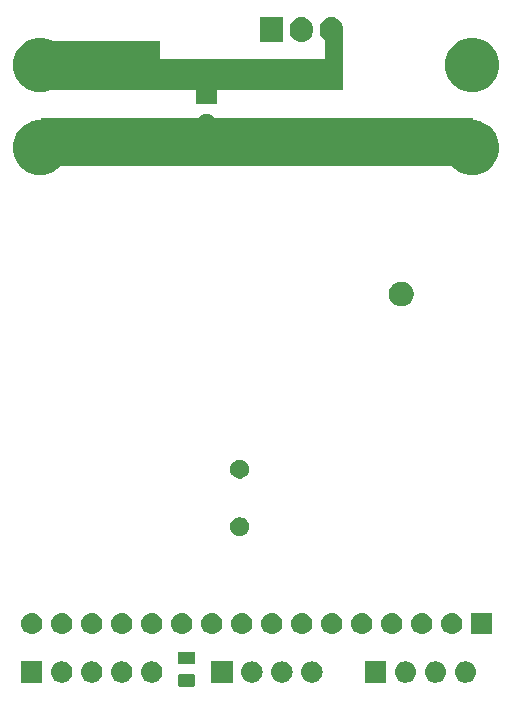
<source format=gbs>
G04 #@! TF.GenerationSoftware,KiCad,Pcbnew,(5.1.2)-2*
G04 #@! TF.CreationDate,2019-09-22T20:35:15+02:00*
G04 #@! TF.ProjectId,PowerSupply,506f7765-7253-4757-9070-6c792e6b6963,rev?*
G04 #@! TF.SameCoordinates,Original*
G04 #@! TF.FileFunction,Soldermask,Bot*
G04 #@! TF.FilePolarity,Negative*
%FSLAX46Y46*%
G04 Gerber Fmt 4.6, Leading zero omitted, Abs format (unit mm)*
G04 Created by KiCad (PCBNEW (5.1.2)-2) date 2019-09-22 20:35:15*
%MOMM*%
%LPD*%
G04 APERTURE LIST*
%ADD10C,0.100000*%
G04 APERTURE END LIST*
D10*
G36*
X104400000Y-72400000D02*
G01*
X78900000Y-72400000D01*
X78900000Y-68400000D01*
X88900000Y-68400000D01*
X88900000Y-69900000D01*
X102900000Y-69900000D01*
X102900000Y-67400000D01*
X104400000Y-67400000D01*
X104400000Y-72400000D01*
G37*
X104400000Y-72400000D02*
X78900000Y-72400000D01*
X78900000Y-68400000D01*
X88900000Y-68400000D01*
X88900000Y-69900000D01*
X102900000Y-69900000D01*
X102900000Y-67400000D01*
X104400000Y-67400000D01*
X104400000Y-72400000D01*
G36*
X115400000Y-78900000D02*
G01*
X78900000Y-78900000D01*
X78900000Y-74900000D01*
X115400000Y-74900000D01*
X115400000Y-78900000D01*
G37*
X115400000Y-78900000D02*
X78900000Y-78900000D01*
X78900000Y-74900000D01*
X115400000Y-74900000D01*
X115400000Y-78900000D01*
G36*
X91784468Y-121966065D02*
G01*
X91823138Y-121977796D01*
X91858777Y-121996846D01*
X91890017Y-122022483D01*
X91915654Y-122053723D01*
X91934704Y-122089362D01*
X91946435Y-122128032D01*
X91951000Y-122174388D01*
X91951000Y-122825612D01*
X91946435Y-122871968D01*
X91934704Y-122910638D01*
X91915654Y-122946277D01*
X91890017Y-122977517D01*
X91858777Y-123003154D01*
X91823138Y-123022204D01*
X91784468Y-123033935D01*
X91738112Y-123038500D01*
X90661888Y-123038500D01*
X90615532Y-123033935D01*
X90576862Y-123022204D01*
X90541223Y-123003154D01*
X90509983Y-122977517D01*
X90484346Y-122946277D01*
X90465296Y-122910638D01*
X90453565Y-122871968D01*
X90449000Y-122825612D01*
X90449000Y-122174388D01*
X90453565Y-122128032D01*
X90465296Y-122089362D01*
X90484346Y-122053723D01*
X90509983Y-122022483D01*
X90541223Y-121996846D01*
X90576862Y-121977796D01*
X90615532Y-121966065D01*
X90661888Y-121961500D01*
X91738112Y-121961500D01*
X91784468Y-121966065D01*
X91784468Y-121966065D01*
G37*
G36*
X114930443Y-120905519D02*
G01*
X114996627Y-120912037D01*
X115166466Y-120963557D01*
X115322991Y-121047222D01*
X115352302Y-121071277D01*
X115460186Y-121159814D01*
X115543448Y-121261271D01*
X115572778Y-121297009D01*
X115656443Y-121453534D01*
X115707963Y-121623373D01*
X115725359Y-121800000D01*
X115707963Y-121976627D01*
X115656443Y-122146466D01*
X115572778Y-122302991D01*
X115543448Y-122338729D01*
X115460186Y-122440186D01*
X115358729Y-122523448D01*
X115322991Y-122552778D01*
X115166466Y-122636443D01*
X114996627Y-122687963D01*
X114930442Y-122694482D01*
X114864260Y-122701000D01*
X114775740Y-122701000D01*
X114709558Y-122694482D01*
X114643373Y-122687963D01*
X114473534Y-122636443D01*
X114317009Y-122552778D01*
X114281271Y-122523448D01*
X114179814Y-122440186D01*
X114096552Y-122338729D01*
X114067222Y-122302991D01*
X113983557Y-122146466D01*
X113932037Y-121976627D01*
X113914641Y-121800000D01*
X113932037Y-121623373D01*
X113983557Y-121453534D01*
X114067222Y-121297009D01*
X114096552Y-121261271D01*
X114179814Y-121159814D01*
X114287698Y-121071277D01*
X114317009Y-121047222D01*
X114473534Y-120963557D01*
X114643373Y-120912037D01*
X114709557Y-120905519D01*
X114775740Y-120899000D01*
X114864260Y-120899000D01*
X114930443Y-120905519D01*
X114930443Y-120905519D01*
G37*
G36*
X79001000Y-122701000D02*
G01*
X77199000Y-122701000D01*
X77199000Y-120899000D01*
X79001000Y-120899000D01*
X79001000Y-122701000D01*
X79001000Y-122701000D01*
G37*
G36*
X80750443Y-120905519D02*
G01*
X80816627Y-120912037D01*
X80986466Y-120963557D01*
X81142991Y-121047222D01*
X81172302Y-121071277D01*
X81280186Y-121159814D01*
X81363448Y-121261271D01*
X81392778Y-121297009D01*
X81476443Y-121453534D01*
X81527963Y-121623373D01*
X81545359Y-121800000D01*
X81527963Y-121976627D01*
X81476443Y-122146466D01*
X81392778Y-122302991D01*
X81363448Y-122338729D01*
X81280186Y-122440186D01*
X81178729Y-122523448D01*
X81142991Y-122552778D01*
X80986466Y-122636443D01*
X80816627Y-122687963D01*
X80750442Y-122694482D01*
X80684260Y-122701000D01*
X80595740Y-122701000D01*
X80529558Y-122694482D01*
X80463373Y-122687963D01*
X80293534Y-122636443D01*
X80137009Y-122552778D01*
X80101271Y-122523448D01*
X79999814Y-122440186D01*
X79916552Y-122338729D01*
X79887222Y-122302991D01*
X79803557Y-122146466D01*
X79752037Y-121976627D01*
X79734641Y-121800000D01*
X79752037Y-121623373D01*
X79803557Y-121453534D01*
X79887222Y-121297009D01*
X79916552Y-121261271D01*
X79999814Y-121159814D01*
X80107698Y-121071277D01*
X80137009Y-121047222D01*
X80293534Y-120963557D01*
X80463373Y-120912037D01*
X80529557Y-120905519D01*
X80595740Y-120899000D01*
X80684260Y-120899000D01*
X80750443Y-120905519D01*
X80750443Y-120905519D01*
G37*
G36*
X83290443Y-120905519D02*
G01*
X83356627Y-120912037D01*
X83526466Y-120963557D01*
X83682991Y-121047222D01*
X83712302Y-121071277D01*
X83820186Y-121159814D01*
X83903448Y-121261271D01*
X83932778Y-121297009D01*
X84016443Y-121453534D01*
X84067963Y-121623373D01*
X84085359Y-121800000D01*
X84067963Y-121976627D01*
X84016443Y-122146466D01*
X83932778Y-122302991D01*
X83903448Y-122338729D01*
X83820186Y-122440186D01*
X83718729Y-122523448D01*
X83682991Y-122552778D01*
X83526466Y-122636443D01*
X83356627Y-122687963D01*
X83290442Y-122694482D01*
X83224260Y-122701000D01*
X83135740Y-122701000D01*
X83069558Y-122694482D01*
X83003373Y-122687963D01*
X82833534Y-122636443D01*
X82677009Y-122552778D01*
X82641271Y-122523448D01*
X82539814Y-122440186D01*
X82456552Y-122338729D01*
X82427222Y-122302991D01*
X82343557Y-122146466D01*
X82292037Y-121976627D01*
X82274641Y-121800000D01*
X82292037Y-121623373D01*
X82343557Y-121453534D01*
X82427222Y-121297009D01*
X82456552Y-121261271D01*
X82539814Y-121159814D01*
X82647698Y-121071277D01*
X82677009Y-121047222D01*
X82833534Y-120963557D01*
X83003373Y-120912037D01*
X83069557Y-120905519D01*
X83135740Y-120899000D01*
X83224260Y-120899000D01*
X83290443Y-120905519D01*
X83290443Y-120905519D01*
G37*
G36*
X85830443Y-120905519D02*
G01*
X85896627Y-120912037D01*
X86066466Y-120963557D01*
X86222991Y-121047222D01*
X86252302Y-121071277D01*
X86360186Y-121159814D01*
X86443448Y-121261271D01*
X86472778Y-121297009D01*
X86556443Y-121453534D01*
X86607963Y-121623373D01*
X86625359Y-121800000D01*
X86607963Y-121976627D01*
X86556443Y-122146466D01*
X86472778Y-122302991D01*
X86443448Y-122338729D01*
X86360186Y-122440186D01*
X86258729Y-122523448D01*
X86222991Y-122552778D01*
X86066466Y-122636443D01*
X85896627Y-122687963D01*
X85830442Y-122694482D01*
X85764260Y-122701000D01*
X85675740Y-122701000D01*
X85609558Y-122694482D01*
X85543373Y-122687963D01*
X85373534Y-122636443D01*
X85217009Y-122552778D01*
X85181271Y-122523448D01*
X85079814Y-122440186D01*
X84996552Y-122338729D01*
X84967222Y-122302991D01*
X84883557Y-122146466D01*
X84832037Y-121976627D01*
X84814641Y-121800000D01*
X84832037Y-121623373D01*
X84883557Y-121453534D01*
X84967222Y-121297009D01*
X84996552Y-121261271D01*
X85079814Y-121159814D01*
X85187698Y-121071277D01*
X85217009Y-121047222D01*
X85373534Y-120963557D01*
X85543373Y-120912037D01*
X85609557Y-120905519D01*
X85675740Y-120899000D01*
X85764260Y-120899000D01*
X85830443Y-120905519D01*
X85830443Y-120905519D01*
G37*
G36*
X88370443Y-120905519D02*
G01*
X88436627Y-120912037D01*
X88606466Y-120963557D01*
X88762991Y-121047222D01*
X88792302Y-121071277D01*
X88900186Y-121159814D01*
X88983448Y-121261271D01*
X89012778Y-121297009D01*
X89096443Y-121453534D01*
X89147963Y-121623373D01*
X89165359Y-121800000D01*
X89147963Y-121976627D01*
X89096443Y-122146466D01*
X89012778Y-122302991D01*
X88983448Y-122338729D01*
X88900186Y-122440186D01*
X88798729Y-122523448D01*
X88762991Y-122552778D01*
X88606466Y-122636443D01*
X88436627Y-122687963D01*
X88370442Y-122694482D01*
X88304260Y-122701000D01*
X88215740Y-122701000D01*
X88149558Y-122694482D01*
X88083373Y-122687963D01*
X87913534Y-122636443D01*
X87757009Y-122552778D01*
X87721271Y-122523448D01*
X87619814Y-122440186D01*
X87536552Y-122338729D01*
X87507222Y-122302991D01*
X87423557Y-122146466D01*
X87372037Y-121976627D01*
X87354641Y-121800000D01*
X87372037Y-121623373D01*
X87423557Y-121453534D01*
X87507222Y-121297009D01*
X87536552Y-121261271D01*
X87619814Y-121159814D01*
X87727698Y-121071277D01*
X87757009Y-121047222D01*
X87913534Y-120963557D01*
X88083373Y-120912037D01*
X88149557Y-120905519D01*
X88215740Y-120899000D01*
X88304260Y-120899000D01*
X88370443Y-120905519D01*
X88370443Y-120905519D01*
G37*
G36*
X108101000Y-122701000D02*
G01*
X106299000Y-122701000D01*
X106299000Y-120899000D01*
X108101000Y-120899000D01*
X108101000Y-122701000D01*
X108101000Y-122701000D01*
G37*
G36*
X109850443Y-120905519D02*
G01*
X109916627Y-120912037D01*
X110086466Y-120963557D01*
X110242991Y-121047222D01*
X110272302Y-121071277D01*
X110380186Y-121159814D01*
X110463448Y-121261271D01*
X110492778Y-121297009D01*
X110576443Y-121453534D01*
X110627963Y-121623373D01*
X110645359Y-121800000D01*
X110627963Y-121976627D01*
X110576443Y-122146466D01*
X110492778Y-122302991D01*
X110463448Y-122338729D01*
X110380186Y-122440186D01*
X110278729Y-122523448D01*
X110242991Y-122552778D01*
X110086466Y-122636443D01*
X109916627Y-122687963D01*
X109850442Y-122694482D01*
X109784260Y-122701000D01*
X109695740Y-122701000D01*
X109629558Y-122694482D01*
X109563373Y-122687963D01*
X109393534Y-122636443D01*
X109237009Y-122552778D01*
X109201271Y-122523448D01*
X109099814Y-122440186D01*
X109016552Y-122338729D01*
X108987222Y-122302991D01*
X108903557Y-122146466D01*
X108852037Y-121976627D01*
X108834641Y-121800000D01*
X108852037Y-121623373D01*
X108903557Y-121453534D01*
X108987222Y-121297009D01*
X109016552Y-121261271D01*
X109099814Y-121159814D01*
X109207698Y-121071277D01*
X109237009Y-121047222D01*
X109393534Y-120963557D01*
X109563373Y-120912037D01*
X109629557Y-120905519D01*
X109695740Y-120899000D01*
X109784260Y-120899000D01*
X109850443Y-120905519D01*
X109850443Y-120905519D01*
G37*
G36*
X112390443Y-120905519D02*
G01*
X112456627Y-120912037D01*
X112626466Y-120963557D01*
X112782991Y-121047222D01*
X112812302Y-121071277D01*
X112920186Y-121159814D01*
X113003448Y-121261271D01*
X113032778Y-121297009D01*
X113116443Y-121453534D01*
X113167963Y-121623373D01*
X113185359Y-121800000D01*
X113167963Y-121976627D01*
X113116443Y-122146466D01*
X113032778Y-122302991D01*
X113003448Y-122338729D01*
X112920186Y-122440186D01*
X112818729Y-122523448D01*
X112782991Y-122552778D01*
X112626466Y-122636443D01*
X112456627Y-122687963D01*
X112390442Y-122694482D01*
X112324260Y-122701000D01*
X112235740Y-122701000D01*
X112169558Y-122694482D01*
X112103373Y-122687963D01*
X111933534Y-122636443D01*
X111777009Y-122552778D01*
X111741271Y-122523448D01*
X111639814Y-122440186D01*
X111556552Y-122338729D01*
X111527222Y-122302991D01*
X111443557Y-122146466D01*
X111392037Y-121976627D01*
X111374641Y-121800000D01*
X111392037Y-121623373D01*
X111443557Y-121453534D01*
X111527222Y-121297009D01*
X111556552Y-121261271D01*
X111639814Y-121159814D01*
X111747698Y-121071277D01*
X111777009Y-121047222D01*
X111933534Y-120963557D01*
X112103373Y-120912037D01*
X112169557Y-120905519D01*
X112235740Y-120899000D01*
X112324260Y-120899000D01*
X112390443Y-120905519D01*
X112390443Y-120905519D01*
G37*
G36*
X101930443Y-120905519D02*
G01*
X101996627Y-120912037D01*
X102166466Y-120963557D01*
X102322991Y-121047222D01*
X102352302Y-121071277D01*
X102460186Y-121159814D01*
X102543448Y-121261271D01*
X102572778Y-121297009D01*
X102656443Y-121453534D01*
X102707963Y-121623373D01*
X102725359Y-121800000D01*
X102707963Y-121976627D01*
X102656443Y-122146466D01*
X102572778Y-122302991D01*
X102543448Y-122338729D01*
X102460186Y-122440186D01*
X102358729Y-122523448D01*
X102322991Y-122552778D01*
X102166466Y-122636443D01*
X101996627Y-122687963D01*
X101930442Y-122694482D01*
X101864260Y-122701000D01*
X101775740Y-122701000D01*
X101709558Y-122694482D01*
X101643373Y-122687963D01*
X101473534Y-122636443D01*
X101317009Y-122552778D01*
X101281271Y-122523448D01*
X101179814Y-122440186D01*
X101096552Y-122338729D01*
X101067222Y-122302991D01*
X100983557Y-122146466D01*
X100932037Y-121976627D01*
X100914641Y-121800000D01*
X100932037Y-121623373D01*
X100983557Y-121453534D01*
X101067222Y-121297009D01*
X101096552Y-121261271D01*
X101179814Y-121159814D01*
X101287698Y-121071277D01*
X101317009Y-121047222D01*
X101473534Y-120963557D01*
X101643373Y-120912037D01*
X101709557Y-120905519D01*
X101775740Y-120899000D01*
X101864260Y-120899000D01*
X101930443Y-120905519D01*
X101930443Y-120905519D01*
G37*
G36*
X99390443Y-120905519D02*
G01*
X99456627Y-120912037D01*
X99626466Y-120963557D01*
X99782991Y-121047222D01*
X99812302Y-121071277D01*
X99920186Y-121159814D01*
X100003448Y-121261271D01*
X100032778Y-121297009D01*
X100116443Y-121453534D01*
X100167963Y-121623373D01*
X100185359Y-121800000D01*
X100167963Y-121976627D01*
X100116443Y-122146466D01*
X100032778Y-122302991D01*
X100003448Y-122338729D01*
X99920186Y-122440186D01*
X99818729Y-122523448D01*
X99782991Y-122552778D01*
X99626466Y-122636443D01*
X99456627Y-122687963D01*
X99390442Y-122694482D01*
X99324260Y-122701000D01*
X99235740Y-122701000D01*
X99169558Y-122694482D01*
X99103373Y-122687963D01*
X98933534Y-122636443D01*
X98777009Y-122552778D01*
X98741271Y-122523448D01*
X98639814Y-122440186D01*
X98556552Y-122338729D01*
X98527222Y-122302991D01*
X98443557Y-122146466D01*
X98392037Y-121976627D01*
X98374641Y-121800000D01*
X98392037Y-121623373D01*
X98443557Y-121453534D01*
X98527222Y-121297009D01*
X98556552Y-121261271D01*
X98639814Y-121159814D01*
X98747698Y-121071277D01*
X98777009Y-121047222D01*
X98933534Y-120963557D01*
X99103373Y-120912037D01*
X99169557Y-120905519D01*
X99235740Y-120899000D01*
X99324260Y-120899000D01*
X99390443Y-120905519D01*
X99390443Y-120905519D01*
G37*
G36*
X96850443Y-120905519D02*
G01*
X96916627Y-120912037D01*
X97086466Y-120963557D01*
X97242991Y-121047222D01*
X97272302Y-121071277D01*
X97380186Y-121159814D01*
X97463448Y-121261271D01*
X97492778Y-121297009D01*
X97576443Y-121453534D01*
X97627963Y-121623373D01*
X97645359Y-121800000D01*
X97627963Y-121976627D01*
X97576443Y-122146466D01*
X97492778Y-122302991D01*
X97463448Y-122338729D01*
X97380186Y-122440186D01*
X97278729Y-122523448D01*
X97242991Y-122552778D01*
X97086466Y-122636443D01*
X96916627Y-122687963D01*
X96850442Y-122694482D01*
X96784260Y-122701000D01*
X96695740Y-122701000D01*
X96629558Y-122694482D01*
X96563373Y-122687963D01*
X96393534Y-122636443D01*
X96237009Y-122552778D01*
X96201271Y-122523448D01*
X96099814Y-122440186D01*
X96016552Y-122338729D01*
X95987222Y-122302991D01*
X95903557Y-122146466D01*
X95852037Y-121976627D01*
X95834641Y-121800000D01*
X95852037Y-121623373D01*
X95903557Y-121453534D01*
X95987222Y-121297009D01*
X96016552Y-121261271D01*
X96099814Y-121159814D01*
X96207698Y-121071277D01*
X96237009Y-121047222D01*
X96393534Y-120963557D01*
X96563373Y-120912037D01*
X96629557Y-120905519D01*
X96695740Y-120899000D01*
X96784260Y-120899000D01*
X96850443Y-120905519D01*
X96850443Y-120905519D01*
G37*
G36*
X95101000Y-122701000D02*
G01*
X93299000Y-122701000D01*
X93299000Y-120899000D01*
X95101000Y-120899000D01*
X95101000Y-122701000D01*
X95101000Y-122701000D01*
G37*
G36*
X91784468Y-120091065D02*
G01*
X91823138Y-120102796D01*
X91858777Y-120121846D01*
X91890017Y-120147483D01*
X91915654Y-120178723D01*
X91934704Y-120214362D01*
X91946435Y-120253032D01*
X91951000Y-120299388D01*
X91951000Y-120950612D01*
X91946435Y-120996968D01*
X91934704Y-121035638D01*
X91915654Y-121071277D01*
X91890017Y-121102517D01*
X91858777Y-121128154D01*
X91823138Y-121147204D01*
X91784468Y-121158935D01*
X91738112Y-121163500D01*
X90661888Y-121163500D01*
X90615532Y-121158935D01*
X90576862Y-121147204D01*
X90541223Y-121128154D01*
X90509983Y-121102517D01*
X90484346Y-121071277D01*
X90465296Y-121035638D01*
X90453565Y-120996968D01*
X90449000Y-120950612D01*
X90449000Y-120299388D01*
X90453565Y-120253032D01*
X90465296Y-120214362D01*
X90484346Y-120178723D01*
X90509983Y-120147483D01*
X90541223Y-120121846D01*
X90576862Y-120102796D01*
X90615532Y-120091065D01*
X90661888Y-120086500D01*
X91738112Y-120086500D01*
X91784468Y-120091065D01*
X91784468Y-120091065D01*
G37*
G36*
X80750443Y-116805519D02*
G01*
X80816627Y-116812037D01*
X80986466Y-116863557D01*
X81142991Y-116947222D01*
X81178729Y-116976552D01*
X81280186Y-117059814D01*
X81363448Y-117161271D01*
X81392778Y-117197009D01*
X81476443Y-117353534D01*
X81527963Y-117523373D01*
X81545359Y-117700000D01*
X81527963Y-117876627D01*
X81476443Y-118046466D01*
X81392778Y-118202991D01*
X81363448Y-118238729D01*
X81280186Y-118340186D01*
X81178729Y-118423448D01*
X81142991Y-118452778D01*
X80986466Y-118536443D01*
X80816627Y-118587963D01*
X80750443Y-118594481D01*
X80684260Y-118601000D01*
X80595740Y-118601000D01*
X80529557Y-118594481D01*
X80463373Y-118587963D01*
X80293534Y-118536443D01*
X80137009Y-118452778D01*
X80101271Y-118423448D01*
X79999814Y-118340186D01*
X79916552Y-118238729D01*
X79887222Y-118202991D01*
X79803557Y-118046466D01*
X79752037Y-117876627D01*
X79734641Y-117700000D01*
X79752037Y-117523373D01*
X79803557Y-117353534D01*
X79887222Y-117197009D01*
X79916552Y-117161271D01*
X79999814Y-117059814D01*
X80101271Y-116976552D01*
X80137009Y-116947222D01*
X80293534Y-116863557D01*
X80463373Y-116812037D01*
X80529557Y-116805519D01*
X80595740Y-116799000D01*
X80684260Y-116799000D01*
X80750443Y-116805519D01*
X80750443Y-116805519D01*
G37*
G36*
X78210443Y-116805519D02*
G01*
X78276627Y-116812037D01*
X78446466Y-116863557D01*
X78602991Y-116947222D01*
X78638729Y-116976552D01*
X78740186Y-117059814D01*
X78823448Y-117161271D01*
X78852778Y-117197009D01*
X78936443Y-117353534D01*
X78987963Y-117523373D01*
X79005359Y-117700000D01*
X78987963Y-117876627D01*
X78936443Y-118046466D01*
X78852778Y-118202991D01*
X78823448Y-118238729D01*
X78740186Y-118340186D01*
X78638729Y-118423448D01*
X78602991Y-118452778D01*
X78446466Y-118536443D01*
X78276627Y-118587963D01*
X78210443Y-118594481D01*
X78144260Y-118601000D01*
X78055740Y-118601000D01*
X77989557Y-118594481D01*
X77923373Y-118587963D01*
X77753534Y-118536443D01*
X77597009Y-118452778D01*
X77561271Y-118423448D01*
X77459814Y-118340186D01*
X77376552Y-118238729D01*
X77347222Y-118202991D01*
X77263557Y-118046466D01*
X77212037Y-117876627D01*
X77194641Y-117700000D01*
X77212037Y-117523373D01*
X77263557Y-117353534D01*
X77347222Y-117197009D01*
X77376552Y-117161271D01*
X77459814Y-117059814D01*
X77561271Y-116976552D01*
X77597009Y-116947222D01*
X77753534Y-116863557D01*
X77923373Y-116812037D01*
X77989557Y-116805519D01*
X78055740Y-116799000D01*
X78144260Y-116799000D01*
X78210443Y-116805519D01*
X78210443Y-116805519D01*
G37*
G36*
X83290443Y-116805519D02*
G01*
X83356627Y-116812037D01*
X83526466Y-116863557D01*
X83682991Y-116947222D01*
X83718729Y-116976552D01*
X83820186Y-117059814D01*
X83903448Y-117161271D01*
X83932778Y-117197009D01*
X84016443Y-117353534D01*
X84067963Y-117523373D01*
X84085359Y-117700000D01*
X84067963Y-117876627D01*
X84016443Y-118046466D01*
X83932778Y-118202991D01*
X83903448Y-118238729D01*
X83820186Y-118340186D01*
X83718729Y-118423448D01*
X83682991Y-118452778D01*
X83526466Y-118536443D01*
X83356627Y-118587963D01*
X83290443Y-118594481D01*
X83224260Y-118601000D01*
X83135740Y-118601000D01*
X83069557Y-118594481D01*
X83003373Y-118587963D01*
X82833534Y-118536443D01*
X82677009Y-118452778D01*
X82641271Y-118423448D01*
X82539814Y-118340186D01*
X82456552Y-118238729D01*
X82427222Y-118202991D01*
X82343557Y-118046466D01*
X82292037Y-117876627D01*
X82274641Y-117700000D01*
X82292037Y-117523373D01*
X82343557Y-117353534D01*
X82427222Y-117197009D01*
X82456552Y-117161271D01*
X82539814Y-117059814D01*
X82641271Y-116976552D01*
X82677009Y-116947222D01*
X82833534Y-116863557D01*
X83003373Y-116812037D01*
X83069557Y-116805519D01*
X83135740Y-116799000D01*
X83224260Y-116799000D01*
X83290443Y-116805519D01*
X83290443Y-116805519D01*
G37*
G36*
X85830443Y-116805519D02*
G01*
X85896627Y-116812037D01*
X86066466Y-116863557D01*
X86222991Y-116947222D01*
X86258729Y-116976552D01*
X86360186Y-117059814D01*
X86443448Y-117161271D01*
X86472778Y-117197009D01*
X86556443Y-117353534D01*
X86607963Y-117523373D01*
X86625359Y-117700000D01*
X86607963Y-117876627D01*
X86556443Y-118046466D01*
X86472778Y-118202991D01*
X86443448Y-118238729D01*
X86360186Y-118340186D01*
X86258729Y-118423448D01*
X86222991Y-118452778D01*
X86066466Y-118536443D01*
X85896627Y-118587963D01*
X85830443Y-118594481D01*
X85764260Y-118601000D01*
X85675740Y-118601000D01*
X85609557Y-118594481D01*
X85543373Y-118587963D01*
X85373534Y-118536443D01*
X85217009Y-118452778D01*
X85181271Y-118423448D01*
X85079814Y-118340186D01*
X84996552Y-118238729D01*
X84967222Y-118202991D01*
X84883557Y-118046466D01*
X84832037Y-117876627D01*
X84814641Y-117700000D01*
X84832037Y-117523373D01*
X84883557Y-117353534D01*
X84967222Y-117197009D01*
X84996552Y-117161271D01*
X85079814Y-117059814D01*
X85181271Y-116976552D01*
X85217009Y-116947222D01*
X85373534Y-116863557D01*
X85543373Y-116812037D01*
X85609557Y-116805519D01*
X85675740Y-116799000D01*
X85764260Y-116799000D01*
X85830443Y-116805519D01*
X85830443Y-116805519D01*
G37*
G36*
X88370443Y-116805519D02*
G01*
X88436627Y-116812037D01*
X88606466Y-116863557D01*
X88762991Y-116947222D01*
X88798729Y-116976552D01*
X88900186Y-117059814D01*
X88983448Y-117161271D01*
X89012778Y-117197009D01*
X89096443Y-117353534D01*
X89147963Y-117523373D01*
X89165359Y-117700000D01*
X89147963Y-117876627D01*
X89096443Y-118046466D01*
X89012778Y-118202991D01*
X88983448Y-118238729D01*
X88900186Y-118340186D01*
X88798729Y-118423448D01*
X88762991Y-118452778D01*
X88606466Y-118536443D01*
X88436627Y-118587963D01*
X88370443Y-118594481D01*
X88304260Y-118601000D01*
X88215740Y-118601000D01*
X88149557Y-118594481D01*
X88083373Y-118587963D01*
X87913534Y-118536443D01*
X87757009Y-118452778D01*
X87721271Y-118423448D01*
X87619814Y-118340186D01*
X87536552Y-118238729D01*
X87507222Y-118202991D01*
X87423557Y-118046466D01*
X87372037Y-117876627D01*
X87354641Y-117700000D01*
X87372037Y-117523373D01*
X87423557Y-117353534D01*
X87507222Y-117197009D01*
X87536552Y-117161271D01*
X87619814Y-117059814D01*
X87721271Y-116976552D01*
X87757009Y-116947222D01*
X87913534Y-116863557D01*
X88083373Y-116812037D01*
X88149557Y-116805519D01*
X88215740Y-116799000D01*
X88304260Y-116799000D01*
X88370443Y-116805519D01*
X88370443Y-116805519D01*
G37*
G36*
X90910443Y-116805519D02*
G01*
X90976627Y-116812037D01*
X91146466Y-116863557D01*
X91302991Y-116947222D01*
X91338729Y-116976552D01*
X91440186Y-117059814D01*
X91523448Y-117161271D01*
X91552778Y-117197009D01*
X91636443Y-117353534D01*
X91687963Y-117523373D01*
X91705359Y-117700000D01*
X91687963Y-117876627D01*
X91636443Y-118046466D01*
X91552778Y-118202991D01*
X91523448Y-118238729D01*
X91440186Y-118340186D01*
X91338729Y-118423448D01*
X91302991Y-118452778D01*
X91146466Y-118536443D01*
X90976627Y-118587963D01*
X90910443Y-118594481D01*
X90844260Y-118601000D01*
X90755740Y-118601000D01*
X90689557Y-118594481D01*
X90623373Y-118587963D01*
X90453534Y-118536443D01*
X90297009Y-118452778D01*
X90261271Y-118423448D01*
X90159814Y-118340186D01*
X90076552Y-118238729D01*
X90047222Y-118202991D01*
X89963557Y-118046466D01*
X89912037Y-117876627D01*
X89894641Y-117700000D01*
X89912037Y-117523373D01*
X89963557Y-117353534D01*
X90047222Y-117197009D01*
X90076552Y-117161271D01*
X90159814Y-117059814D01*
X90261271Y-116976552D01*
X90297009Y-116947222D01*
X90453534Y-116863557D01*
X90623373Y-116812037D01*
X90689557Y-116805519D01*
X90755740Y-116799000D01*
X90844260Y-116799000D01*
X90910443Y-116805519D01*
X90910443Y-116805519D01*
G37*
G36*
X101070443Y-116805519D02*
G01*
X101136627Y-116812037D01*
X101306466Y-116863557D01*
X101462991Y-116947222D01*
X101498729Y-116976552D01*
X101600186Y-117059814D01*
X101683448Y-117161271D01*
X101712778Y-117197009D01*
X101796443Y-117353534D01*
X101847963Y-117523373D01*
X101865359Y-117700000D01*
X101847963Y-117876627D01*
X101796443Y-118046466D01*
X101712778Y-118202991D01*
X101683448Y-118238729D01*
X101600186Y-118340186D01*
X101498729Y-118423448D01*
X101462991Y-118452778D01*
X101306466Y-118536443D01*
X101136627Y-118587963D01*
X101070443Y-118594481D01*
X101004260Y-118601000D01*
X100915740Y-118601000D01*
X100849557Y-118594481D01*
X100783373Y-118587963D01*
X100613534Y-118536443D01*
X100457009Y-118452778D01*
X100421271Y-118423448D01*
X100319814Y-118340186D01*
X100236552Y-118238729D01*
X100207222Y-118202991D01*
X100123557Y-118046466D01*
X100072037Y-117876627D01*
X100054641Y-117700000D01*
X100072037Y-117523373D01*
X100123557Y-117353534D01*
X100207222Y-117197009D01*
X100236552Y-117161271D01*
X100319814Y-117059814D01*
X100421271Y-116976552D01*
X100457009Y-116947222D01*
X100613534Y-116863557D01*
X100783373Y-116812037D01*
X100849557Y-116805519D01*
X100915740Y-116799000D01*
X101004260Y-116799000D01*
X101070443Y-116805519D01*
X101070443Y-116805519D01*
G37*
G36*
X93450443Y-116805519D02*
G01*
X93516627Y-116812037D01*
X93686466Y-116863557D01*
X93842991Y-116947222D01*
X93878729Y-116976552D01*
X93980186Y-117059814D01*
X94063448Y-117161271D01*
X94092778Y-117197009D01*
X94176443Y-117353534D01*
X94227963Y-117523373D01*
X94245359Y-117700000D01*
X94227963Y-117876627D01*
X94176443Y-118046466D01*
X94092778Y-118202991D01*
X94063448Y-118238729D01*
X93980186Y-118340186D01*
X93878729Y-118423448D01*
X93842991Y-118452778D01*
X93686466Y-118536443D01*
X93516627Y-118587963D01*
X93450443Y-118594481D01*
X93384260Y-118601000D01*
X93295740Y-118601000D01*
X93229557Y-118594481D01*
X93163373Y-118587963D01*
X92993534Y-118536443D01*
X92837009Y-118452778D01*
X92801271Y-118423448D01*
X92699814Y-118340186D01*
X92616552Y-118238729D01*
X92587222Y-118202991D01*
X92503557Y-118046466D01*
X92452037Y-117876627D01*
X92434641Y-117700000D01*
X92452037Y-117523373D01*
X92503557Y-117353534D01*
X92587222Y-117197009D01*
X92616552Y-117161271D01*
X92699814Y-117059814D01*
X92801271Y-116976552D01*
X92837009Y-116947222D01*
X92993534Y-116863557D01*
X93163373Y-116812037D01*
X93229557Y-116805519D01*
X93295740Y-116799000D01*
X93384260Y-116799000D01*
X93450443Y-116805519D01*
X93450443Y-116805519D01*
G37*
G36*
X98530443Y-116805519D02*
G01*
X98596627Y-116812037D01*
X98766466Y-116863557D01*
X98922991Y-116947222D01*
X98958729Y-116976552D01*
X99060186Y-117059814D01*
X99143448Y-117161271D01*
X99172778Y-117197009D01*
X99256443Y-117353534D01*
X99307963Y-117523373D01*
X99325359Y-117700000D01*
X99307963Y-117876627D01*
X99256443Y-118046466D01*
X99172778Y-118202991D01*
X99143448Y-118238729D01*
X99060186Y-118340186D01*
X98958729Y-118423448D01*
X98922991Y-118452778D01*
X98766466Y-118536443D01*
X98596627Y-118587963D01*
X98530443Y-118594481D01*
X98464260Y-118601000D01*
X98375740Y-118601000D01*
X98309557Y-118594481D01*
X98243373Y-118587963D01*
X98073534Y-118536443D01*
X97917009Y-118452778D01*
X97881271Y-118423448D01*
X97779814Y-118340186D01*
X97696552Y-118238729D01*
X97667222Y-118202991D01*
X97583557Y-118046466D01*
X97532037Y-117876627D01*
X97514641Y-117700000D01*
X97532037Y-117523373D01*
X97583557Y-117353534D01*
X97667222Y-117197009D01*
X97696552Y-117161271D01*
X97779814Y-117059814D01*
X97881271Y-116976552D01*
X97917009Y-116947222D01*
X98073534Y-116863557D01*
X98243373Y-116812037D01*
X98309557Y-116805519D01*
X98375740Y-116799000D01*
X98464260Y-116799000D01*
X98530443Y-116805519D01*
X98530443Y-116805519D01*
G37*
G36*
X103610443Y-116805519D02*
G01*
X103676627Y-116812037D01*
X103846466Y-116863557D01*
X104002991Y-116947222D01*
X104038729Y-116976552D01*
X104140186Y-117059814D01*
X104223448Y-117161271D01*
X104252778Y-117197009D01*
X104336443Y-117353534D01*
X104387963Y-117523373D01*
X104405359Y-117700000D01*
X104387963Y-117876627D01*
X104336443Y-118046466D01*
X104252778Y-118202991D01*
X104223448Y-118238729D01*
X104140186Y-118340186D01*
X104038729Y-118423448D01*
X104002991Y-118452778D01*
X103846466Y-118536443D01*
X103676627Y-118587963D01*
X103610443Y-118594481D01*
X103544260Y-118601000D01*
X103455740Y-118601000D01*
X103389557Y-118594481D01*
X103323373Y-118587963D01*
X103153534Y-118536443D01*
X102997009Y-118452778D01*
X102961271Y-118423448D01*
X102859814Y-118340186D01*
X102776552Y-118238729D01*
X102747222Y-118202991D01*
X102663557Y-118046466D01*
X102612037Y-117876627D01*
X102594641Y-117700000D01*
X102612037Y-117523373D01*
X102663557Y-117353534D01*
X102747222Y-117197009D01*
X102776552Y-117161271D01*
X102859814Y-117059814D01*
X102961271Y-116976552D01*
X102997009Y-116947222D01*
X103153534Y-116863557D01*
X103323373Y-116812037D01*
X103389557Y-116805519D01*
X103455740Y-116799000D01*
X103544260Y-116799000D01*
X103610443Y-116805519D01*
X103610443Y-116805519D01*
G37*
G36*
X106150443Y-116805519D02*
G01*
X106216627Y-116812037D01*
X106386466Y-116863557D01*
X106542991Y-116947222D01*
X106578729Y-116976552D01*
X106680186Y-117059814D01*
X106763448Y-117161271D01*
X106792778Y-117197009D01*
X106876443Y-117353534D01*
X106927963Y-117523373D01*
X106945359Y-117700000D01*
X106927963Y-117876627D01*
X106876443Y-118046466D01*
X106792778Y-118202991D01*
X106763448Y-118238729D01*
X106680186Y-118340186D01*
X106578729Y-118423448D01*
X106542991Y-118452778D01*
X106386466Y-118536443D01*
X106216627Y-118587963D01*
X106150443Y-118594481D01*
X106084260Y-118601000D01*
X105995740Y-118601000D01*
X105929557Y-118594481D01*
X105863373Y-118587963D01*
X105693534Y-118536443D01*
X105537009Y-118452778D01*
X105501271Y-118423448D01*
X105399814Y-118340186D01*
X105316552Y-118238729D01*
X105287222Y-118202991D01*
X105203557Y-118046466D01*
X105152037Y-117876627D01*
X105134641Y-117700000D01*
X105152037Y-117523373D01*
X105203557Y-117353534D01*
X105287222Y-117197009D01*
X105316552Y-117161271D01*
X105399814Y-117059814D01*
X105501271Y-116976552D01*
X105537009Y-116947222D01*
X105693534Y-116863557D01*
X105863373Y-116812037D01*
X105929557Y-116805519D01*
X105995740Y-116799000D01*
X106084260Y-116799000D01*
X106150443Y-116805519D01*
X106150443Y-116805519D01*
G37*
G36*
X108690443Y-116805519D02*
G01*
X108756627Y-116812037D01*
X108926466Y-116863557D01*
X109082991Y-116947222D01*
X109118729Y-116976552D01*
X109220186Y-117059814D01*
X109303448Y-117161271D01*
X109332778Y-117197009D01*
X109416443Y-117353534D01*
X109467963Y-117523373D01*
X109485359Y-117700000D01*
X109467963Y-117876627D01*
X109416443Y-118046466D01*
X109332778Y-118202991D01*
X109303448Y-118238729D01*
X109220186Y-118340186D01*
X109118729Y-118423448D01*
X109082991Y-118452778D01*
X108926466Y-118536443D01*
X108756627Y-118587963D01*
X108690443Y-118594481D01*
X108624260Y-118601000D01*
X108535740Y-118601000D01*
X108469557Y-118594481D01*
X108403373Y-118587963D01*
X108233534Y-118536443D01*
X108077009Y-118452778D01*
X108041271Y-118423448D01*
X107939814Y-118340186D01*
X107856552Y-118238729D01*
X107827222Y-118202991D01*
X107743557Y-118046466D01*
X107692037Y-117876627D01*
X107674641Y-117700000D01*
X107692037Y-117523373D01*
X107743557Y-117353534D01*
X107827222Y-117197009D01*
X107856552Y-117161271D01*
X107939814Y-117059814D01*
X108041271Y-116976552D01*
X108077009Y-116947222D01*
X108233534Y-116863557D01*
X108403373Y-116812037D01*
X108469557Y-116805519D01*
X108535740Y-116799000D01*
X108624260Y-116799000D01*
X108690443Y-116805519D01*
X108690443Y-116805519D01*
G37*
G36*
X113770443Y-116805519D02*
G01*
X113836627Y-116812037D01*
X114006466Y-116863557D01*
X114162991Y-116947222D01*
X114198729Y-116976552D01*
X114300186Y-117059814D01*
X114383448Y-117161271D01*
X114412778Y-117197009D01*
X114496443Y-117353534D01*
X114547963Y-117523373D01*
X114565359Y-117700000D01*
X114547963Y-117876627D01*
X114496443Y-118046466D01*
X114412778Y-118202991D01*
X114383448Y-118238729D01*
X114300186Y-118340186D01*
X114198729Y-118423448D01*
X114162991Y-118452778D01*
X114006466Y-118536443D01*
X113836627Y-118587963D01*
X113770443Y-118594481D01*
X113704260Y-118601000D01*
X113615740Y-118601000D01*
X113549557Y-118594481D01*
X113483373Y-118587963D01*
X113313534Y-118536443D01*
X113157009Y-118452778D01*
X113121271Y-118423448D01*
X113019814Y-118340186D01*
X112936552Y-118238729D01*
X112907222Y-118202991D01*
X112823557Y-118046466D01*
X112772037Y-117876627D01*
X112754641Y-117700000D01*
X112772037Y-117523373D01*
X112823557Y-117353534D01*
X112907222Y-117197009D01*
X112936552Y-117161271D01*
X113019814Y-117059814D01*
X113121271Y-116976552D01*
X113157009Y-116947222D01*
X113313534Y-116863557D01*
X113483373Y-116812037D01*
X113549557Y-116805519D01*
X113615740Y-116799000D01*
X113704260Y-116799000D01*
X113770443Y-116805519D01*
X113770443Y-116805519D01*
G37*
G36*
X111230443Y-116805519D02*
G01*
X111296627Y-116812037D01*
X111466466Y-116863557D01*
X111622991Y-116947222D01*
X111658729Y-116976552D01*
X111760186Y-117059814D01*
X111843448Y-117161271D01*
X111872778Y-117197009D01*
X111956443Y-117353534D01*
X112007963Y-117523373D01*
X112025359Y-117700000D01*
X112007963Y-117876627D01*
X111956443Y-118046466D01*
X111872778Y-118202991D01*
X111843448Y-118238729D01*
X111760186Y-118340186D01*
X111658729Y-118423448D01*
X111622991Y-118452778D01*
X111466466Y-118536443D01*
X111296627Y-118587963D01*
X111230443Y-118594481D01*
X111164260Y-118601000D01*
X111075740Y-118601000D01*
X111009557Y-118594481D01*
X110943373Y-118587963D01*
X110773534Y-118536443D01*
X110617009Y-118452778D01*
X110581271Y-118423448D01*
X110479814Y-118340186D01*
X110396552Y-118238729D01*
X110367222Y-118202991D01*
X110283557Y-118046466D01*
X110232037Y-117876627D01*
X110214641Y-117700000D01*
X110232037Y-117523373D01*
X110283557Y-117353534D01*
X110367222Y-117197009D01*
X110396552Y-117161271D01*
X110479814Y-117059814D01*
X110581271Y-116976552D01*
X110617009Y-116947222D01*
X110773534Y-116863557D01*
X110943373Y-116812037D01*
X111009557Y-116805519D01*
X111075740Y-116799000D01*
X111164260Y-116799000D01*
X111230443Y-116805519D01*
X111230443Y-116805519D01*
G37*
G36*
X117101000Y-118601000D02*
G01*
X115299000Y-118601000D01*
X115299000Y-116799000D01*
X117101000Y-116799000D01*
X117101000Y-118601000D01*
X117101000Y-118601000D01*
G37*
G36*
X95990443Y-116805519D02*
G01*
X96056627Y-116812037D01*
X96226466Y-116863557D01*
X96382991Y-116947222D01*
X96418729Y-116976552D01*
X96520186Y-117059814D01*
X96603448Y-117161271D01*
X96632778Y-117197009D01*
X96716443Y-117353534D01*
X96767963Y-117523373D01*
X96785359Y-117700000D01*
X96767963Y-117876627D01*
X96716443Y-118046466D01*
X96632778Y-118202991D01*
X96603448Y-118238729D01*
X96520186Y-118340186D01*
X96418729Y-118423448D01*
X96382991Y-118452778D01*
X96226466Y-118536443D01*
X96056627Y-118587963D01*
X95990443Y-118594481D01*
X95924260Y-118601000D01*
X95835740Y-118601000D01*
X95769557Y-118594481D01*
X95703373Y-118587963D01*
X95533534Y-118536443D01*
X95377009Y-118452778D01*
X95341271Y-118423448D01*
X95239814Y-118340186D01*
X95156552Y-118238729D01*
X95127222Y-118202991D01*
X95043557Y-118046466D01*
X94992037Y-117876627D01*
X94974641Y-117700000D01*
X94992037Y-117523373D01*
X95043557Y-117353534D01*
X95127222Y-117197009D01*
X95156552Y-117161271D01*
X95239814Y-117059814D01*
X95341271Y-116976552D01*
X95377009Y-116947222D01*
X95533534Y-116863557D01*
X95703373Y-116812037D01*
X95769557Y-116805519D01*
X95835740Y-116799000D01*
X95924260Y-116799000D01*
X95990443Y-116805519D01*
X95990443Y-116805519D01*
G37*
G36*
X95933642Y-108729781D02*
G01*
X96079414Y-108790162D01*
X96079416Y-108790163D01*
X96210608Y-108877822D01*
X96322178Y-108989392D01*
X96409837Y-109120584D01*
X96409838Y-109120586D01*
X96470219Y-109266358D01*
X96501000Y-109421107D01*
X96501000Y-109578893D01*
X96470219Y-109733642D01*
X96409838Y-109879414D01*
X96409837Y-109879416D01*
X96322178Y-110010608D01*
X96210608Y-110122178D01*
X96079416Y-110209837D01*
X96079415Y-110209838D01*
X96079414Y-110209838D01*
X95933642Y-110270219D01*
X95778893Y-110301000D01*
X95621107Y-110301000D01*
X95466358Y-110270219D01*
X95320586Y-110209838D01*
X95320585Y-110209838D01*
X95320584Y-110209837D01*
X95189392Y-110122178D01*
X95077822Y-110010608D01*
X94990163Y-109879416D01*
X94990162Y-109879414D01*
X94929781Y-109733642D01*
X94899000Y-109578893D01*
X94899000Y-109421107D01*
X94929781Y-109266358D01*
X94990162Y-109120586D01*
X94990163Y-109120584D01*
X95077822Y-108989392D01*
X95189392Y-108877822D01*
X95320584Y-108790163D01*
X95320586Y-108790162D01*
X95466358Y-108729781D01*
X95621107Y-108699000D01*
X95778893Y-108699000D01*
X95933642Y-108729781D01*
X95933642Y-108729781D01*
G37*
G36*
X95933642Y-103849781D02*
G01*
X96079414Y-103910162D01*
X96079416Y-103910163D01*
X96210608Y-103997822D01*
X96322178Y-104109392D01*
X96409837Y-104240584D01*
X96409838Y-104240586D01*
X96470219Y-104386358D01*
X96501000Y-104541107D01*
X96501000Y-104698893D01*
X96470219Y-104853642D01*
X96409838Y-104999414D01*
X96409837Y-104999416D01*
X96322178Y-105130608D01*
X96210608Y-105242178D01*
X96079416Y-105329837D01*
X96079415Y-105329838D01*
X96079414Y-105329838D01*
X95933642Y-105390219D01*
X95778893Y-105421000D01*
X95621107Y-105421000D01*
X95466358Y-105390219D01*
X95320586Y-105329838D01*
X95320585Y-105329838D01*
X95320584Y-105329837D01*
X95189392Y-105242178D01*
X95077822Y-105130608D01*
X94990163Y-104999416D01*
X94990162Y-104999414D01*
X94929781Y-104853642D01*
X94899000Y-104698893D01*
X94899000Y-104541107D01*
X94929781Y-104386358D01*
X94990162Y-104240586D01*
X94990163Y-104240584D01*
X95077822Y-104109392D01*
X95189392Y-103997822D01*
X95320584Y-103910163D01*
X95320586Y-103910162D01*
X95466358Y-103849781D01*
X95621107Y-103819000D01*
X95778893Y-103819000D01*
X95933642Y-103849781D01*
X95933642Y-103849781D01*
G37*
G36*
X109706416Y-88789879D02*
G01*
X109897592Y-88869067D01*
X109897594Y-88869068D01*
X110069648Y-88984031D01*
X110215969Y-89130352D01*
X110330933Y-89302408D01*
X110410121Y-89493584D01*
X110450490Y-89696534D01*
X110450490Y-89903466D01*
X110410121Y-90106416D01*
X110330933Y-90297592D01*
X110330932Y-90297594D01*
X110215969Y-90469648D01*
X110069648Y-90615969D01*
X109897594Y-90730932D01*
X109897593Y-90730933D01*
X109897592Y-90730933D01*
X109706416Y-90810121D01*
X109503466Y-90850490D01*
X109296534Y-90850490D01*
X109093584Y-90810121D01*
X108902408Y-90730933D01*
X108902407Y-90730933D01*
X108902406Y-90730932D01*
X108730352Y-90615969D01*
X108584031Y-90469648D01*
X108469068Y-90297594D01*
X108469067Y-90297592D01*
X108389879Y-90106416D01*
X108349510Y-89903466D01*
X108349510Y-89696534D01*
X108389879Y-89493584D01*
X108469067Y-89302408D01*
X108584031Y-89130352D01*
X108730352Y-88984031D01*
X108902406Y-88869068D01*
X108902408Y-88869067D01*
X109093584Y-88789879D01*
X109296534Y-88749510D01*
X109503466Y-88749510D01*
X109706416Y-88789879D01*
X109706416Y-88789879D01*
G37*
G36*
X116071304Y-75187002D02*
G01*
X116490139Y-75360489D01*
X116490141Y-75360490D01*
X116674710Y-75483815D01*
X116867082Y-75612354D01*
X117187646Y-75932918D01*
X117312723Y-76120109D01*
X117400182Y-76251000D01*
X117439511Y-76309861D01*
X117612998Y-76728696D01*
X117701440Y-77173327D01*
X117701440Y-77626673D01*
X117612998Y-78071304D01*
X117439511Y-78490139D01*
X117439510Y-78490141D01*
X117187645Y-78867083D01*
X116867083Y-79187645D01*
X116490141Y-79439510D01*
X116490140Y-79439511D01*
X116490139Y-79439511D01*
X116071304Y-79612998D01*
X115626673Y-79701440D01*
X115173327Y-79701440D01*
X114728696Y-79612998D01*
X114309861Y-79439511D01*
X114309860Y-79439511D01*
X114309859Y-79439510D01*
X113932917Y-79187645D01*
X113612355Y-78867083D01*
X113360490Y-78490141D01*
X113360489Y-78490139D01*
X113187002Y-78071304D01*
X113098560Y-77626673D01*
X113098560Y-77173327D01*
X113187002Y-76728696D01*
X113360489Y-76309861D01*
X113399819Y-76251000D01*
X113487277Y-76120109D01*
X113612354Y-75932918D01*
X113932918Y-75612354D01*
X114125290Y-75483815D01*
X114309859Y-75360490D01*
X114309861Y-75360489D01*
X114728696Y-75187002D01*
X115173327Y-75098560D01*
X115626673Y-75098560D01*
X116071304Y-75187002D01*
X116071304Y-75187002D01*
G37*
G36*
X79471304Y-75187002D02*
G01*
X79890139Y-75360489D01*
X79890141Y-75360490D01*
X80074710Y-75483815D01*
X80267082Y-75612354D01*
X80587646Y-75932918D01*
X80712723Y-76120109D01*
X80800182Y-76251000D01*
X80839511Y-76309861D01*
X81012998Y-76728696D01*
X81101440Y-77173327D01*
X81101440Y-77626673D01*
X81012998Y-78071304D01*
X80839511Y-78490139D01*
X80839510Y-78490141D01*
X80587645Y-78867083D01*
X80267083Y-79187645D01*
X79890141Y-79439510D01*
X79890140Y-79439511D01*
X79890139Y-79439511D01*
X79471304Y-79612998D01*
X79026673Y-79701440D01*
X78573327Y-79701440D01*
X78128696Y-79612998D01*
X77709861Y-79439511D01*
X77709860Y-79439511D01*
X77709859Y-79439510D01*
X77332917Y-79187645D01*
X77012355Y-78867083D01*
X76760490Y-78490141D01*
X76760489Y-78490139D01*
X76587002Y-78071304D01*
X76498560Y-77626673D01*
X76498560Y-77173327D01*
X76587002Y-76728696D01*
X76760489Y-76309861D01*
X76799819Y-76251000D01*
X76887277Y-76120109D01*
X77012354Y-75932918D01*
X77332918Y-75612354D01*
X77525290Y-75483815D01*
X77709859Y-75360490D01*
X77709861Y-75360489D01*
X78128696Y-75187002D01*
X78573327Y-75098560D01*
X79026673Y-75098560D01*
X79471304Y-75187002D01*
X79471304Y-75187002D01*
G37*
G36*
X93148228Y-74581703D02*
G01*
X93303100Y-74645853D01*
X93442481Y-74738985D01*
X93561015Y-74857519D01*
X93654147Y-74996900D01*
X93718297Y-75151772D01*
X93751000Y-75316184D01*
X93751000Y-75483816D01*
X93718297Y-75648228D01*
X93654147Y-75803100D01*
X93561015Y-75942481D01*
X93442481Y-76061015D01*
X93303100Y-76154147D01*
X93148228Y-76218297D01*
X92983816Y-76251000D01*
X92816184Y-76251000D01*
X92651772Y-76218297D01*
X92496900Y-76154147D01*
X92357519Y-76061015D01*
X92238985Y-75942481D01*
X92145853Y-75803100D01*
X92081703Y-75648228D01*
X92049000Y-75483816D01*
X92049000Y-75316184D01*
X92081703Y-75151772D01*
X92145853Y-74996900D01*
X92238985Y-74857519D01*
X92357519Y-74738985D01*
X92496900Y-74645853D01*
X92651772Y-74581703D01*
X92816184Y-74549000D01*
X92983816Y-74549000D01*
X93148228Y-74581703D01*
X93148228Y-74581703D01*
G37*
G36*
X93751000Y-73751000D02*
G01*
X92049000Y-73751000D01*
X92049000Y-72049000D01*
X93751000Y-72049000D01*
X93751000Y-73751000D01*
X93751000Y-73751000D01*
G37*
G36*
X116071304Y-68187002D02*
G01*
X116490139Y-68360489D01*
X116490141Y-68360490D01*
X116679891Y-68487277D01*
X116867082Y-68612354D01*
X117187646Y-68932918D01*
X117439511Y-69309861D01*
X117612998Y-69728696D01*
X117701440Y-70173327D01*
X117701440Y-70626673D01*
X117612998Y-71071304D01*
X117439511Y-71490139D01*
X117439510Y-71490141D01*
X117187645Y-71867083D01*
X116867083Y-72187645D01*
X116490141Y-72439510D01*
X116490140Y-72439511D01*
X116490139Y-72439511D01*
X116071304Y-72612998D01*
X115626673Y-72701440D01*
X115173327Y-72701440D01*
X114728696Y-72612998D01*
X114309861Y-72439511D01*
X114309860Y-72439511D01*
X114309859Y-72439510D01*
X113932917Y-72187645D01*
X113612355Y-71867083D01*
X113360490Y-71490141D01*
X113360489Y-71490139D01*
X113187002Y-71071304D01*
X113098560Y-70626673D01*
X113098560Y-70173327D01*
X113187002Y-69728696D01*
X113360489Y-69309861D01*
X113612354Y-68932918D01*
X113932918Y-68612354D01*
X114120109Y-68487277D01*
X114309859Y-68360490D01*
X114309861Y-68360489D01*
X114728696Y-68187002D01*
X115173327Y-68098560D01*
X115626673Y-68098560D01*
X116071304Y-68187002D01*
X116071304Y-68187002D01*
G37*
G36*
X79471304Y-68187002D02*
G01*
X79890139Y-68360489D01*
X79890141Y-68360490D01*
X80079891Y-68487277D01*
X80267082Y-68612354D01*
X80587646Y-68932918D01*
X80839511Y-69309861D01*
X81012998Y-69728696D01*
X81101440Y-70173327D01*
X81101440Y-70626673D01*
X81012998Y-71071304D01*
X80839511Y-71490139D01*
X80839510Y-71490141D01*
X80587645Y-71867083D01*
X80267083Y-72187645D01*
X79890141Y-72439510D01*
X79890140Y-72439511D01*
X79890139Y-72439511D01*
X79471304Y-72612998D01*
X79026673Y-72701440D01*
X78573327Y-72701440D01*
X78128696Y-72612998D01*
X77709861Y-72439511D01*
X77709860Y-72439511D01*
X77709859Y-72439510D01*
X77332917Y-72187645D01*
X77012355Y-71867083D01*
X76760490Y-71490141D01*
X76760489Y-71490139D01*
X76587002Y-71071304D01*
X76498560Y-70626673D01*
X76498560Y-70173327D01*
X76587002Y-69728696D01*
X76760489Y-69309861D01*
X77012354Y-68932918D01*
X77332918Y-68612354D01*
X77520109Y-68487277D01*
X77709859Y-68360490D01*
X77709861Y-68360489D01*
X78128696Y-68187002D01*
X78573327Y-68098560D01*
X79026673Y-68098560D01*
X79471304Y-68187002D01*
X79471304Y-68187002D01*
G37*
G36*
X103676719Y-66363520D02*
G01*
X103865880Y-66420901D01*
X103865883Y-66420902D01*
X103958333Y-66470318D01*
X104040212Y-66514083D01*
X104193015Y-66639485D01*
X104318417Y-66792288D01*
X104411599Y-66966619D01*
X104468980Y-67155780D01*
X104483500Y-67303206D01*
X104483500Y-67496793D01*
X104468980Y-67644219D01*
X104411599Y-67833380D01*
X104411598Y-67833383D01*
X104362182Y-67925833D01*
X104318417Y-68007712D01*
X104193015Y-68160515D01*
X104040212Y-68285917D01*
X103865881Y-68379099D01*
X103676720Y-68436480D01*
X103480000Y-68455855D01*
X103283281Y-68436480D01*
X103094120Y-68379099D01*
X102919788Y-68285917D01*
X102766985Y-68160515D01*
X102641583Y-68007712D01*
X102548401Y-67833381D01*
X102491020Y-67644220D01*
X102476500Y-67496794D01*
X102476500Y-67303207D01*
X102491020Y-67155781D01*
X102548401Y-66966620D01*
X102548402Y-66966617D01*
X102597818Y-66874167D01*
X102641583Y-66792288D01*
X102766985Y-66639485D01*
X102919788Y-66514083D01*
X103094119Y-66420901D01*
X103283280Y-66363520D01*
X103480000Y-66344145D01*
X103676719Y-66363520D01*
X103676719Y-66363520D01*
G37*
G36*
X101136719Y-66363520D02*
G01*
X101325880Y-66420901D01*
X101325883Y-66420902D01*
X101418333Y-66470318D01*
X101500212Y-66514083D01*
X101653015Y-66639485D01*
X101778417Y-66792288D01*
X101871599Y-66966619D01*
X101928980Y-67155780D01*
X101943500Y-67303206D01*
X101943500Y-67496793D01*
X101928980Y-67644219D01*
X101871599Y-67833380D01*
X101871598Y-67833383D01*
X101822182Y-67925833D01*
X101778417Y-68007712D01*
X101653015Y-68160515D01*
X101500212Y-68285917D01*
X101325881Y-68379099D01*
X101136720Y-68436480D01*
X100940000Y-68455855D01*
X100743281Y-68436480D01*
X100554120Y-68379099D01*
X100379788Y-68285917D01*
X100226985Y-68160515D01*
X100101583Y-68007712D01*
X100008401Y-67833381D01*
X99951020Y-67644220D01*
X99936500Y-67496794D01*
X99936500Y-67303207D01*
X99951020Y-67155781D01*
X100008401Y-66966620D01*
X100008402Y-66966617D01*
X100057818Y-66874167D01*
X100101583Y-66792288D01*
X100226985Y-66639485D01*
X100379788Y-66514083D01*
X100554119Y-66420901D01*
X100743280Y-66363520D01*
X100940000Y-66344145D01*
X101136719Y-66363520D01*
X101136719Y-66363520D01*
G37*
G36*
X99403500Y-68451000D02*
G01*
X97396500Y-68451000D01*
X97396500Y-66349000D01*
X99403500Y-66349000D01*
X99403500Y-68451000D01*
X99403500Y-68451000D01*
G37*
M02*

</source>
